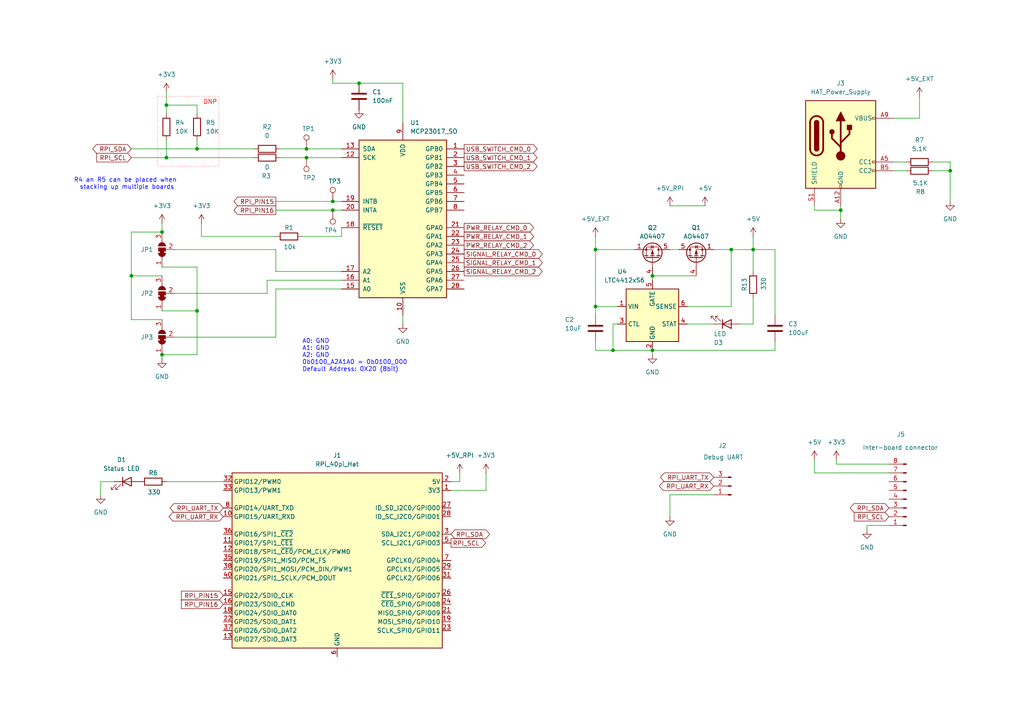
<source format=kicad_sch>
(kicad_sch (version 20250114) (generator "eeschema") (generator_version "9.0")
  (paper "A4")
  (lib_symbols
    (symbol "Connector:Conn_01x03_Pin" (pin_names (offset 1.016) (hide yes))
      (property "Reference" "J" (at 0 5.08 0))
      (property "Value" "Conn_01x03_Pin" (at 0 -5.08 0))
      (symbol "Conn_01x03_Pin_1_1"
        (rectangle (start 0.8636 2.667) (end 0 2.413) (stroke (width 0.1524)) (fill (type outline)))
        (rectangle (start 0.8636 0.127) (end 0 -0.127) (stroke (width 0.1524)) (fill (type outline)))
        (rectangle (start 0.8636 -2.413) (end 0 -2.667) (stroke (width 0.1524)) (fill (type outline)))
        (polyline (pts (xy 1.27 2.54) (xy 0.8636 2.54)) (stroke (width 0.1524)))
        (polyline (pts (xy 1.27 0) (xy 0.8636 0)) (stroke (width 0.1524)))
        (polyline (pts (xy 1.27 -2.54) (xy 0.8636 -2.54)) (stroke (width 0.1524)))
        (pin passive line (at 5.08 2.54 180) (length 3.81) (name "Pin_1") (number "1"))
        (pin passive line (at 5.08 0 180) (length 3.81) (name "Pin_2") (number "2"))
        (pin passive line (at 5.08 -2.54 180) (length 3.81) (name "Pin_3") (number "3"))
      )
    )
    (symbol "Connector:Conn_01x08_Pin" (pin_names (offset 1.016) (hide yes))
      (property "Reference" "J" (at 0 10.16 0))
      (property "Value" "Conn_01x08_Pin" (at 0 -12.7 0))
      (symbol "Conn_01x08_Pin_1_1"
        (rectangle (start 0.8636 7.747) (end 0 7.493) (stroke (width 0.1524)) (fill (type outline)))
        (rectangle (start 0.8636 5.207) (end 0 4.953) (stroke (width 0.1524)) (fill (type outline)))
        (rectangle (start 0.8636 2.667) (end 0 2.413) (stroke (width 0.1524)) (fill (type outline)))
        (rectangle (start 0.8636 0.127) (end 0 -0.127) (stroke (width 0.1524)) (fill (type outline)))
        (rectangle (start 0.8636 -2.413) (end 0 -2.667) (stroke (width 0.1524)) (fill (type outline)))
        (rectangle (start 0.8636 -4.953) (end 0 -5.207) (stroke (width 0.1524)) (fill (type outline)))
        (rectangle (start 0.8636 -7.493) (end 0 -7.747) (stroke (width 0.1524)) (fill (type outline)))
        (rectangle (start 0.8636 -10.033) (end 0 -10.287) (stroke (width 0.1524)) (fill (type outline)))
        (polyline (pts (xy 1.27 7.62) (xy 0.8636 7.62)) (stroke (width 0.1524)))
        (polyline (pts (xy 1.27 5.08) (xy 0.8636 5.08)) (stroke (width 0.1524)))
        (polyline (pts (xy 1.27 2.54) (xy 0.8636 2.54)) (stroke (width 0.1524)))
        (polyline (pts (xy 1.27 0) (xy 0.8636 0)) (stroke (width 0.1524)))
        (polyline (pts (xy 1.27 -2.54) (xy 0.8636 -2.54)) (stroke (width 0.1524)))
        (polyline (pts (xy 1.27 -5.08) (xy 0.8636 -5.08)) (stroke (width 0.1524)))
        (polyline (pts (xy 1.27 -7.62) (xy 0.8636 -7.62)) (stroke (width 0.1524)))
        (polyline (pts (xy 1.27 -10.16) (xy 0.8636 -10.16)) (stroke (width 0.1524)))
        (pin passive line (at 5.08 7.62 180) (length 3.81) (name "Pin_1") (number "1"))
        (pin passive line (at 5.08 5.08 180) (length 3.81) (name "Pin_2") (number "2"))
        (pin passive line (at 5.08 2.54 180) (length 3.81) (name "Pin_3") (number "3"))
        (pin passive line (at 5.08 0 180) (length 3.81) (name "Pin_4") (number "4"))
        (pin passive line (at 5.08 -2.54 180) (length 3.81) (name "Pin_5") (number "5"))
        (pin passive line (at 5.08 -5.08 180) (length 3.81) (name "Pin_6") (number "6"))
        (pin passive line (at 5.08 -7.62 180) (length 3.81) (name "Pin_7") (number "7"))
        (pin passive line (at 5.08 -10.16 180) (length 3.81) (name "Pin_8") (number "8"))
      )
    )
    (symbol "Connector:Raspberry_Pi_4"
      (property "Reference" "J" (at -17.526 48.768 0))
      (property "Value" "Raspberry_Pi_4" (at 15.748 -26.416 0))
      (symbol "Raspberry_Pi_4_0_1"
        (rectangle (start -30.48 25.4) (end 30.48 -25.4) (stroke (width 0.254)) (fill (type background)))
      )
      (symbol "Raspberry_Pi_4_1_1"
        (pin bidirectional line (at -33.02 22.86 0) (length 2.54) (name "GPIO12/PWM0") (number "32"))
        (pin bidirectional line (at -33.02 20.32 0) (length 2.54) (name "GPIO13/PWM1") (number "33"))
        (pin bidirectional line (at -33.02 15.24 0) (length 2.54) (name "GPIO14/UART_TXD") (number "8"))
        (pin bidirectional line (at -33.02 12.7 0) (length 2.54) (name "GPIO15/UART_RXD") (number "10"))
        (pin bidirectional line (at -33.02 7.62 0) (length 2.54) (name "GPIO16/SPI1_~{CE2}") (number "36"))
        (pin bidirectional line (at -33.02 5.08 0) (length 2.54) (name "GPIO17/SPI1_~{CE1}") (number "11"))
        (pin bidirectional line (at -33.02 2.54 0) (length 2.54) (name "GPIO18/SPI1_~{CE0}/PCM_CLK/PWM0") (number "12"))
        (pin bidirectional line (at -33.02 0 0) (length 2.54) (name "GPIO19/SPI1_MISO/PCM_FS") (number "35"))
        (pin bidirectional line (at -33.02 -2.54 0) (length 2.54) (name "GPIO20/SPI1_MOSI/PCM_DIN/PWM1") (number "38"))
        (pin bidirectional line (at -33.02 -5.08 0) (length 2.54) (name "GPIO21/SPI1_SCLK/PCM_DOUT") (number "40"))
        (pin bidirectional line (at -33.02 -10.16 0) (length 2.54) (name "GPIO22/SDIO_CLK") (number "15"))
        (pin bidirectional line (at -33.02 -12.7 0) (length 2.54) (name "GPIO23/SDIO_CMD") (number "16"))
        (pin bidirectional line (at -33.02 -15.24 0) (length 2.54) (name "GPIO24/SDIO_DAT0") (number "18"))
        (pin bidirectional line (at -33.02 -17.78 0) (length 2.54) (name "GPIO25/SDIO_DAT1") (number "22"))
        (pin bidirectional line (at -33.02 -20.32 0) (length 2.54) (name "GPIO26/SDIO_DAT2") (number "37"))
        (pin bidirectional line (at -33.02 -22.86 0) (length 2.54) (name "GPIO27/SDIO_DAT3") (number "13"))
        (pin passive line (at 0 -27.94 90) (length 2.54) (hide yes) (name "GND") (number "14"))
        (pin passive line (at 0 -27.94 90) (length 2.54) (hide yes) (name "GND") (number "20"))
        (pin passive line (at 0 -27.94 90) (length 2.54) (hide yes) (name "GND") (number "25"))
        (pin passive line (at 0 -27.94 90) (length 2.54) (hide yes) (name "GND") (number "30"))
        (pin passive line (at 0 -27.94 90) (length 2.54) (hide yes) (name "GND") (number "34"))
        (pin passive line (at 0 -27.94 90) (length 2.54) (hide yes) (name "GND") (number "39"))
        (pin power_out line (at 0 -27.94 90) (length 2.54) (name "GND") (number "6"))
        (pin passive line (at 0 -27.94 90) (length 2.54) (hide yes) (name "GND") (number "9"))
        (pin power_out line (at 33.02 22.86 180) (length 2.54) (name "5V") (number "2"))
        (pin passive line (at 33.02 22.86 180) (length 2.54) (hide yes) (name "5V") (number "4"))
        (pin power_out line (at 33.02 20.32 180) (length 2.54) (name "3V3") (number "1"))
        (pin passive line (at 33.02 20.32 180) (length 2.54) (hide yes) (name "3V3") (number "17"))
        (pin bidirectional line (at 33.02 15.24 180) (length 2.54) (name "ID_SD_I2C0/GPIO00") (number "27"))
        (pin bidirectional line (at 33.02 12.7 180) (length 2.54) (name "ID_SC_I2C0/GPIO01") (number "28"))
        (pin bidirectional line (at 33.02 7.62 180) (length 2.54) (name "SDA_I2C1/GPIO02") (number "3"))
        (pin bidirectional line (at 33.02 5.08 180) (length 2.54) (name "SCL_I2C1/GPIO03") (number "5"))
        (pin bidirectional line (at 33.02 0 180) (length 2.54) (name "GPCLK0/GPIO04") (number "7"))
        (pin bidirectional line (at 33.02 -2.54 180) (length 2.54) (name "GPCLK1/GPIO05") (number "29"))
        (pin bidirectional line (at 33.02 -5.08 180) (length 2.54) (name "GPCLK2/GPIO06") (number "31"))
        (pin bidirectional line (at 33.02 -10.16 180) (length 2.54) (name "~{CE1}_SPI0/GPIO07") (number "26"))
        (pin bidirectional line (at 33.02 -12.7 180) (length 2.54) (name "~{CE0}_SPI0/GPIO08") (number "24"))
        (pin bidirectional line (at 33.02 -15.24 180) (length 2.54) (name "MISO_SPI0/GPIO09") (number "21"))
        (pin bidirectional line (at 33.02 -17.78 180) (length 2.54) (name "MOSI_SPI0/GPIO10") (number "19"))
        (pin bidirectional line (at 33.02 -20.32 180) (length 2.54) (name "SCLK_SPI0/GPIO11") (number "23"))
      )
    )
    (symbol "Connector:TestPoint" (pin_numbers (hide yes)) (pin_names (offset 0.762) (hide yes))
      (property "Reference" "TP" (at 0 6.858 0))
      (property "Value" "TestPoint" (at 0 5.08 0))
      (symbol "TestPoint_0_1"
        (circle (center 0 3.302) (radius 0.762))
      )
      (symbol "TestPoint_1_1"
        (pin passive line (at 0 0 90) (length 2.54) (name "1") (number "1"))
      )
    )
    (symbol "Connector:USB_C_Receptacle_PowerOnly_6P" (pin_names (offset 1.016))
      (property "Reference" "J" (at 0 16.51 0))
      (property "Value" "USB_C_Receptacle_PowerOnly_6P" (at 0 13.97 0))
      (symbol "USB_C_Receptacle_PowerOnly_6P_0_0"
        (rectangle (start -0.254 -12.7) (end 0.254 -11.684))
        (rectangle (start 10.16 7.874) (end 9.144 7.366))
        (rectangle (start 10.16 -4.826) (end 9.144 -5.334))
        (rectangle (start 10.16 -7.366) (end 9.144 -7.874))
      )
      (symbol "USB_C_Receptacle_PowerOnly_6P_0_1"
        (rectangle (start -10.16 12.7) (end 10.16 -12.7) (stroke (width 0.254)) (fill (type background)))
        (polyline (pts (xy -8.89 -1.27) (xy -8.89 6.35)) (stroke (width 0.508)))
        (rectangle (start -7.62 -1.27) (end -6.35 6.35) (stroke (width 0.254)) (fill (type outline)))
        (arc (start -7.62 6.35) (mid -6.985 6.9823) (end -6.35 6.35) (stroke (width 0.254)))
        (arc (start -7.62 6.35) (mid -6.985 6.9823) (end -6.35 6.35) (stroke (width 0.254)) (fill (type outline)))
        (arc (start -8.89 6.35) (mid -6.985 8.2467) (end -5.08 6.35) (stroke (width 0.508)))
        (arc (start -5.08 -1.27) (mid -6.985 -3.1667) (end -8.89 -1.27) (stroke (width 0.508)))
        (arc (start -6.35 -1.27) (mid -6.985 -1.9023) (end -7.62 -1.27) (stroke (width 0.254)))
        (arc (start -6.35 -1.27) (mid -6.985 -1.9023) (end -7.62 -1.27) (stroke (width 0.254)) (fill (type outline)))
        (polyline (pts (xy -5.08 6.35) (xy -5.08 -1.27)) (stroke (width 0.508)))
        (circle (center -2.54 3.683) (radius 0.635) (stroke (width 0.254)) (fill (type outline)))
        (polyline (pts (xy -1.27 6.858) (xy 0 9.398) (xy 1.27 6.858) (xy -1.27 6.858)) (stroke (width 0.254)) (fill (type outline)))
        (polyline (pts (xy 0 0.508) (xy 2.54 3.048) (xy 2.54 4.318)) (stroke (width 0.508)))
        (polyline (pts (xy 0 -0.762) (xy -2.54 1.778) (xy -2.54 3.048)) (stroke (width 0.508)))
        (polyline (pts (xy 0 -3.302) (xy 0 6.858)) (stroke (width 0.508)))
        (circle (center 0 -3.302) (radius 1.27) (fill (type outline)))
        (rectangle (start 1.905 4.318) (end 3.175 5.588) (stroke (width 0.254)) (fill (type outline)))
      )
      (symbol "USB_C_Receptacle_PowerOnly_6P_1_1"
        (pin passive line (at -7.62 -17.78 90) (length 5.08) (name "SHIELD") (number "S1"))
        (pin passive line (at 0 -17.78 90) (length 5.08) (name "GND") (number "A12"))
        (pin passive line (at 0 -17.78 90) (length 5.08) (hide yes) (name "GND") (number "B12"))
        (pin passive line (at 15.24 7.62 180) (length 5.08) (name "VBUS") (number "A9"))
        (pin passive line (at 15.24 7.62 180) (length 5.08) (hide yes) (name "VBUS") (number "B9"))
        (pin bidirectional line (at 15.24 -5.08 180) (length 5.08) (name "CC1") (number "A5"))
        (pin bidirectional line (at 15.24 -7.62 180) (length 5.08) (name "CC2") (number "B5"))
      )
    )
    (symbol "Device:C" (pin_numbers (hide yes)) (pin_names (offset 0.254))
      (property "Reference" "C" (at 0.635 2.54 0))
      (property "Value" "C" (at 0.635 -2.54 0))
      (symbol "C_0_1"
        (polyline (pts (xy -2.032 0.762) (xy 2.032 0.762)) (stroke (width 0.508)))
        (polyline (pts (xy -2.032 -0.762) (xy 2.032 -0.762)) (stroke (width 0.508)))
      )
      (symbol "C_1_1"
        (pin passive line (at 0 3.81 270) (length 2.794) (name "~") (number "1"))
        (pin passive line (at 0 -3.81 90) (length 2.794) (name "~") (number "2"))
      )
    )
    (symbol "Device:LED" (pin_numbers (hide yes)) (pin_names (offset 1.016) (hide yes))
      (property "Reference" "D" (at 0 2.54 0))
      (property "Value" "LED" (at 0 -2.54 0))
      (symbol "LED_0_1"
        (polyline (pts (xy -3.048 -0.762) (xy -4.572 -2.286) (xy -3.81 -2.286) (xy -4.572 -2.286) (xy -4.572 -1.524)))
        (polyline (pts (xy -1.778 -0.762) (xy -3.302 -2.286) (xy -2.54 -2.286) (xy -3.302 -2.286) (xy -3.302 -1.524)))
        (polyline (pts (xy -1.27 0) (xy 1.27 0)))
        (polyline (pts (xy -1.27 -1.27) (xy -1.27 1.27)) (stroke (width 0.254)))
        (polyline (pts (xy 1.27 -1.27) (xy 1.27 1.27) (xy -1.27 0) (xy 1.27 -1.27)) (stroke (width 0.254)))
      )
      (symbol "LED_1_1"
        (pin passive line (at -3.81 0 0) (length 2.54) (name "K") (number "1"))
        (pin passive line (at 3.81 0 180) (length 2.54) (name "A") (number "2"))
      )
    )
    (symbol "Device:R" (pin_numbers (hide yes)) (pin_names (offset 0))
      (property "Reference" "R" (at 2.032 0 90))
      (property "Value" "R" (at 0 0 90))
      (symbol "R_0_1"
        (rectangle (start -1.016 -2.54) (end 1.016 2.54) (stroke (width 0.254)))
      )
      (symbol "R_1_1"
        (pin passive line (at 0 3.81 270) (length 1.27) (name "~") (number "1"))
        (pin passive line (at 0 -3.81 90) (length 1.27) (name "~") (number "2"))
      )
    )
    (symbol "Interface_Expansion:MCP23017_SO" (pin_names (offset 1.016))
      (property "Reference" "U" (at -11.43 24.13 0))
      (property "Value" "MCP23017_SO" (at 0 0 0))
      (symbol "MCP23017_SO_0_1"
        (rectangle (start -12.7 22.86) (end 12.7 -22.86) (stroke (width 0.254)) (fill (type background)))
      )
      (symbol "MCP23017_SO_1_1"
        (pin bidirectional line (at -17.78 20.32 0) (length 5.08) (name "SDA") (number "13"))
        (pin input line (at -17.78 17.78 0) (length 5.08) (name "SCK") (number "12"))
        (pin tri_state line (at -17.78 5.08 0) (length 5.08) (name "INTB") (number "19"))
        (pin tri_state line (at -17.78 2.54 0) (length 5.08) (name "INTA") (number "20"))
        (pin input line (at -17.78 -2.54 0) (length 5.08) (name "~{RESET}") (number "18"))
        (pin input line (at -17.78 -15.24 0) (length 5.08) (name "A2") (number "17"))
        (pin input line (at -17.78 -17.78 0) (length 5.08) (name "A1") (number "16"))
        (pin input line (at -17.78 -20.32 0) (length 5.08) (name "A0") (number "15"))
        (pin no_connect line (at -12.7 15.24 0) (length 5.08) (hide yes) (name "NC") (number "11"))
        (pin no_connect line (at -12.7 12.7 0) (length 5.08) (hide yes) (name "NC") (number "14"))
        (pin power_in line (at 0 27.94 270) (length 5.08) (name "VDD") (number "9"))
        (pin power_in line (at 0 -27.94 90) (length 5.08) (name "VSS") (number "10"))
        (pin bidirectional line (at 17.78 20.32 180) (length 5.08) (name "GPB0") (number "1"))
        (pin bidirectional line (at 17.78 17.78 180) (length 5.08) (name "GPB1") (number "2"))
        (pin bidirectional line (at 17.78 15.24 180) (length 5.08) (name "GPB2") (number "3"))
        (pin bidirectional line (at 17.78 12.7 180) (length 5.08) (name "GPB3") (number "4"))
        (pin bidirectional line (at 17.78 10.16 180) (length 5.08) (name "GPB4") (number "5"))
        (pin bidirectional line (at 17.78 7.62 180) (length 5.08) (name "GPB5") (number "6"))
        (pin bidirectional line (at 17.78 5.08 180) (length 5.08) (name "GPB6") (number "7"))
        (pin output line (at 17.78 2.54 180) (length 5.08) (name "GPB7") (number "8"))
        (pin bidirectional line (at 17.78 -2.54 180) (length 5.08) (name "GPA0") (number "21"))
        (pin bidirectional line (at 17.78 -5.08 180) (length 5.08) (name "GPA1") (number "22"))
        (pin bidirectional line (at 17.78 -7.62 180) (length 5.08) (name "GPA2") (number "23"))
        (pin bidirectional line (at 17.78 -10.16 180) (length 5.08) (name "GPA3") (number "24"))
        (pin bidirectional line (at 17.78 -12.7 180) (length 5.08) (name "GPA4") (number "25"))
        (pin bidirectional line (at 17.78 -15.24 180) (length 5.08) (name "GPA5") (number "26"))
        (pin bidirectional line (at 17.78 -17.78 180) (length 5.08) (name "GPA6") (number "27"))
        (pin output line (at 17.78 -20.32 180) (length 5.08) (name "GPA7") (number "28"))
      )
    )
    (symbol "Jumper:SolderJumper_3_Bridged12" (pin_names (offset 0) (hide yes)) (in_bom no)
      (property "Reference" "JP" (at -2.54 -2.54 0))
      (property "Value" "SolderJumper_3_Bridged12" (at 0 2.794 0))
      (symbol "SolderJumper_3_Bridged12_0_1"
        (polyline (pts (xy -2.54 0) (xy -2.032 0)))
        (polyline (pts (xy -1.016 1.016) (xy -1.016 -1.016)))
        (rectangle (start -1.016 0.508) (end -0.508 -0.508) (fill (type outline)))
        (arc (start -1.016 -1.016) (mid -2.0276 0) (end -1.016 1.016))
        (arc (start -1.016 -1.016) (mid -2.0276 0) (end -1.016 1.016) (fill (type outline)))
        (rectangle (start -0.508 1.016) (end 0.508 -1.016) (fill (type outline)))
        (polyline (pts (xy 0 -1.27) (xy 0 -1.016)))
        (arc (start 1.016 1.016) (mid 2.0276 0) (end 1.016 -1.016))
        (arc (start 1.016 1.016) (mid 2.0276 0) (end 1.016 -1.016) (fill (type outline)))
        (polyline (pts (xy 1.016 1.016) (xy 1.016 -1.016)))
        (polyline (pts (xy 2.54 0) (xy 2.032 0)))
      )
      (symbol "SolderJumper_3_Bridged12_1_1"
        (pin passive line (at -5.08 0 0) (length 2.54) (name "A") (number "1"))
        (pin passive line (at 0 -3.81 90) (length 2.54) (name "C") (number "2"))
        (pin passive line (at 5.08 0 180) (length 2.54) (name "B") (number "3"))
      )
    )
    (symbol "Power_Management:LTC4412xS6"
      (property "Reference" "U" (at -6.35 8.89 0))
      (property "Value" "LTC4412xS6" (at 6.35 8.89 0))
      (symbol "LTC4412xS6_0_1"
        (rectangle (start -7.62 7.62) (end 7.62 -7.62) (stroke (width 0.254)) (fill (type background)))
      )
      (symbol "LTC4412xS6_1_1"
        (pin power_in line (at -10.16 2.54 0) (length 2.54) (name "VIN") (number "1"))
        (pin input line (at -10.16 -2.54 0) (length 2.54) (name "CTL") (number "3"))
        (pin output line (at 0 10.16 270) (length 2.54) (name "GATE") (number "5"))
        (pin power_in line (at 0 -10.16 90) (length 2.54) (name "GND") (number "2"))
        (pin input line (at 10.16 2.54 180) (length 2.54) (name "SENSE") (number "6"))
        (pin open_collector line (at 10.16 -2.54 180) (length 2.54) (name "STAT") (number "4"))
      )
    )
    (symbol "Transistor_FET:IRF7404" (pin_names (hide yes))
      (property "Reference" "Q" (at 5.08 1.905 0))
      (property "Value" "IRF7404" (at 5.08 0 0))
      (symbol "IRF7404_0_1"
        (polyline (pts (xy 0.254 1.905) (xy 0.254 -1.905)) (stroke (width 0.254)))
        (polyline (pts (xy 0.254 0) (xy -2.54 0)))
        (polyline (pts (xy 0.762 2.286) (xy 0.762 1.27)) (stroke (width 0.254)))
        (polyline (pts (xy 0.762 1.778) (xy 3.302 1.778) (xy 3.302 -1.778) (xy 0.762 -1.778)))
        (polyline (pts (xy 0.762 0.508) (xy 0.762 -0.508)) (stroke (width 0.254)))
        (polyline (pts (xy 0.762 -1.27) (xy 0.762 -2.286)) (stroke (width 0.254)))
        (circle (center 1.651 0) (radius 2.794) (stroke (width 0.254)))
        (polyline (pts (xy 2.286 0) (xy 1.27 0.381) (xy 1.27 -0.381) (xy 2.286 0)) (fill (type outline)))
        (polyline (pts (xy 2.54 2.54) (xy 2.54 1.778)))
        (circle (center 2.54 1.778) (radius 0.254) (fill (type outline)))
        (circle (center 2.54 -1.778) (radius 0.254) (fill (type outline)))
        (polyline (pts (xy 2.54 -2.54) (xy 2.54 0) (xy 0.762 0)))
        (polyline (pts (xy 2.794 -0.508) (xy 2.921 -0.381) (xy 3.683 -0.381) (xy 3.81 -0.254)))
        (polyline (pts (xy 3.302 -0.381) (xy 2.921 0.254) (xy 3.683 0.254) (xy 3.302 -0.381)))
      )
      (symbol "IRF7404_1_1"
        (pin passive line (at -5.08 0 0) (length 2.54) (name "G") (number "4"))
        (pin passive line (at 2.54 5.08 270) (length 2.54) (name "D") (number "5"))
        (pin passive line (at 2.54 5.08 270) (length 2.54) (hide yes) (name "D") (number "6"))
        (pin passive line (at 2.54 5.08 270) (length 2.54) (hide yes) (name "D") (number "7"))
        (pin passive line (at 2.54 5.08 270) (length 2.54) (hide yes) (name "D") (number "8"))
        (pin passive line (at 2.54 -5.08 90) (length 2.54) (name "S") (number "1"))
        (pin passive line (at 2.54 -5.08 90) (length 2.54) (hide yes) (name "S") (number "2"))
        (pin passive line (at 2.54 -5.08 90) (length 2.54) (hide yes) (name "S") (number "3"))
      )
    )
    (symbol "power:+3V3" (power) (pin_numbers (hide yes)) (pin_names (offset 0) (hide yes))
      (property "Value" "+3V3" (at 0 3.556 0))
      (symbol "+3V3_0_1"
        (polyline (pts (xy -0.762 1.27) (xy 0 2.54)))
        (polyline (pts (xy 0 2.54) (xy 0.762 1.27)))
        (polyline (pts (xy 0 0) (xy 0 2.54)))
      )
      (symbol "+3V3_1_1"
        (pin power_in line (at 0 0 90) (length 0) (name "~") (number "1"))
      )
    )
    (symbol "power:+5V" (power) (pin_numbers (hide yes)) (pin_names (offset 0) (hide yes))
      (property "Value" "+5V" (at 0 3.556 0))
      (symbol "+5V_0_1"
        (polyline (pts (xy -0.762 1.27) (xy 0 2.54)))
        (polyline (pts (xy 0 2.54) (xy 0.762 1.27)))
        (polyline (pts (xy 0 0) (xy 0 2.54)))
      )
      (symbol "+5V_1_1"
        (pin power_in line (at 0 0 90) (length 0) (name "~") (number "1"))
      )
    )
    (symbol "power:GND" (power) (pin_numbers (hide yes)) (pin_names (offset 0) (hide yes))
      (property "Value" "GND" (at 0 -3.81 0))
      (symbol "GND_0_1"
        (polyline (pts (xy 0 0) (xy 0 -1.27) (xy 1.27 -1.27) (xy 0 -2.54) (xy -1.27 -1.27) (xy 0 -1.27)))
      )
      (symbol "GND_1_1"
        (pin power_in line (at 0 0 270) (length 0) (name "~") (number "1"))
      )
    )
  )
  (rectangle (start 45.72 27.94) (end 63.5 48.26) (stroke (width 0) (type dot) (color 255 0 0 1)))
  (text "DNP" (at 60.96 29.718 0) (effects (font (size 1.27 1.27))))
  (text "R4 an R5 can be placed when \nstacking up multiple boards" (at 36.83 53.34 0) (effects (font (size 1.27 1.27))))
  (text "A0: GND\nA1: GND\nA2: GND\n0b0100_A2A1A0 = 0b0100_000\nDefault Address: 0X20 (8bit)" (at 87.63 103.124 0) (effects (font (size 1.27 1.27)) (justify left)))
  (junction (at 189.23 101.6))
  (junction (at 57.15 90.17))
  (junction (at 57.15 43.18))
  (junction (at 38.1 80.01))
  (junction (at 172.72 88.9))
  (junction (at 243.84 60.96))
  (junction (at 48.26 45.72))
  (junction (at 96.52 58.42))
  (junction (at 275.59 49.53))
  (junction (at 172.72 72.39))
  (junction (at 46.99 102.87))
  (junction (at 212.09 72.39))
  (junction (at 88.9 43.18))
  (junction (at 88.9 45.72))
  (junction (at 48.26 30.48))
  (junction (at 189.23 80.01))
  (junction (at 104.14 24.13))
  (junction (at 96.52 60.96))
  (junction (at 218.44 72.39))
  (junction (at 46.99 67.31))
  (junction (at 177.8 101.6))
  (wire (pts (xy 177.8 101.6) (xy 189.23 101.6)))
  (wire (pts (xy 194.31 72.39) (xy 196.85 72.39)))
  (wire (pts (xy 236.22 133.35) (xy 236.22 137.16)))
  (wire (pts (xy 199.39 88.9) (xy 212.09 88.9)))
  (wire (pts (xy 179.07 93.98) (xy 177.8 93.98)))
  (wire (pts (xy 207.01 143.51) (xy 194.31 143.51)))
  (wire (pts (xy 80.01 97.79) (xy 80.01 83.82)))
  (wire (pts (xy 172.72 72.39) (xy 184.15 72.39)))
  (wire (pts (xy 96.52 60.96) (xy 99.06 60.96)))
  (wire (pts (xy 218.44 72.39) (xy 224.79 72.39)))
  (wire (pts (xy 57.15 90.17) (xy 57.15 102.87)))
  (wire (pts (xy 133.35 139.7) (xy 133.35 137.16)))
  (wire (pts (xy 48.26 45.72) (xy 73.66 45.72)))
  (wire (pts (xy 259.08 46.99) (xy 262.89 46.99)))
  (wire (pts (xy 236.22 60.96) (xy 243.84 60.96)))
  (wire (pts (xy 88.9 45.72) (xy 99.06 45.72)))
  (wire (pts (xy 207.01 93.98) (xy 199.39 93.98)))
  (wire (pts (xy 58.42 68.58) (xy 58.42 64.77)))
  (wire (pts (xy 189.23 80.01) (xy 189.23 81.28)))
  (wire (pts (xy 99.06 78.74) (xy 80.01 78.74)))
  (wire (pts (xy 207.01 72.39) (xy 212.09 72.39)))
  (wire (pts (xy 99.06 68.58) (xy 99.06 66.04)))
  (wire (pts (xy 80.01 68.58) (xy 58.42 68.58)))
  (wire (pts (xy 257.81 134.62) (xy 242.57 134.62)))
  (wire (pts (xy 38.1 80.01) (xy 38.1 67.31)))
  (wire (pts (xy 77.47 81.28) (xy 77.47 85.09)))
  (wire (pts (xy 48.26 30.48) (xy 48.26 33.02)))
  (wire (pts (xy 214.63 93.98) (xy 218.44 93.98)))
  (wire (pts (xy 57.15 33.02) (xy 57.15 30.48)))
  (wire (pts (xy 275.59 46.99) (xy 275.59 49.53)))
  (wire (pts (xy 243.84 60.96) (xy 243.84 59.69)))
  (wire (pts (xy 251.46 152.4) (xy 251.46 153.67)))
  (wire (pts (xy 57.15 102.87) (xy 46.99 102.87)))
  (wire (pts (xy 46.99 64.77) (xy 46.99 67.31)))
  (wire (pts (xy 80.01 60.96) (xy 96.52 60.96)))
  (wire (pts (xy 270.51 49.53) (xy 275.59 49.53)))
  (wire (pts (xy 224.79 91.44) (xy 224.79 72.39)))
  (wire (pts (xy 179.07 88.9) (xy 172.72 88.9)))
  (wire (pts (xy 172.72 68.58) (xy 172.72 72.39)))
  (wire (pts (xy 81.28 45.72) (xy 88.9 45.72)))
  (wire (pts (xy 87.63 68.58) (xy 99.06 68.58)))
  (wire (pts (xy 266.7 34.29) (xy 266.7 27.94)))
  (wire (pts (xy 116.84 24.13) (xy 104.14 24.13)))
  (wire (pts (xy 236.22 60.96) (xy 236.22 59.69)))
  (wire (pts (xy 116.84 91.44) (xy 116.84 93.98)))
  (wire (pts (xy 46.99 90.17) (xy 57.15 90.17)))
  (wire (pts (xy 194.31 143.51) (xy 194.31 149.86)))
  (wire (pts (xy 48.26 26.67) (xy 48.26 30.48)))
  (wire (pts (xy 116.84 35.56) (xy 116.84 24.13)))
  (wire (pts (xy 46.99 102.87) (xy 46.99 104.14)))
  (wire (pts (xy 212.09 72.39) (xy 218.44 72.39)))
  (wire (pts (xy 50.8 97.79) (xy 80.01 97.79)))
  (wire (pts (xy 57.15 43.18) (xy 73.66 43.18)))
  (wire (pts (xy 218.44 68.58) (xy 218.44 72.39)))
  (wire (pts (xy 177.8 93.98) (xy 177.8 101.6)))
  (wire (pts (xy 172.72 91.44) (xy 172.72 88.9)))
  (wire (pts (xy 189.23 80.01) (xy 201.93 80.01)))
  (wire (pts (xy 172.72 101.6) (xy 177.8 101.6)))
  (wire (pts (xy 259.08 49.53) (xy 262.89 49.53)))
  (wire (pts (xy 38.1 43.18) (xy 57.15 43.18)))
  (wire (pts (xy 218.44 78.74) (xy 218.44 72.39)))
  (wire (pts (xy 189.23 102.87) (xy 189.23 101.6)))
  (wire (pts (xy 270.51 46.99) (xy 275.59 46.99)))
  (wire (pts (xy 259.08 34.29) (xy 266.7 34.29)))
  (wire (pts (xy 50.8 72.39) (xy 80.01 72.39)))
  (wire (pts (xy 38.1 45.72) (xy 48.26 45.72)))
  (wire (pts (xy 243.84 60.96) (xy 243.84 63.5)))
  (wire (pts (xy 80.01 83.82) (xy 99.06 83.82)))
  (wire (pts (xy 46.99 92.71) (xy 38.1 92.71)))
  (wire (pts (xy 140.97 142.24) (xy 140.97 137.16)))
  (wire (pts (xy 48.26 139.7) (xy 64.77 139.7)))
  (wire (pts (xy 29.21 139.7) (xy 29.21 143.51)))
  (wire (pts (xy 194.31 59.69) (xy 204.47 59.69)))
  (wire (pts (xy 172.72 88.9) (xy 172.72 72.39)))
  (wire (pts (xy 257.81 152.4) (xy 251.46 152.4)))
  (wire (pts (xy 88.9 43.18) (xy 99.06 43.18)))
  (wire (pts (xy 224.79 99.06) (xy 224.79 101.6)))
  (wire (pts (xy 189.23 101.6) (xy 224.79 101.6)))
  (wire (pts (xy 46.99 77.47) (xy 57.15 77.47)))
  (wire (pts (xy 212.09 88.9) (xy 212.09 72.39)))
  (wire (pts (xy 99.06 81.28) (xy 77.47 81.28)))
  (wire (pts (xy 172.72 99.06) (xy 172.72 101.6)))
  (wire (pts (xy 46.99 80.01) (xy 38.1 80.01)))
  (wire (pts (xy 96.52 24.13) (xy 104.14 24.13)))
  (wire (pts (xy 48.26 30.48) (xy 57.15 30.48)))
  (wire (pts (xy 130.81 142.24) (xy 140.97 142.24)))
  (wire (pts (xy 80.01 78.74) (xy 80.01 72.39)))
  (wire (pts (xy 80.01 58.42) (xy 96.52 58.42)))
  (wire (pts (xy 81.28 43.18) (xy 88.9 43.18)))
  (wire (pts (xy 218.44 93.98) (xy 218.44 86.36)))
  (wire (pts (xy 236.22 137.16) (xy 257.81 137.16)))
  (wire (pts (xy 57.15 40.64) (xy 57.15 43.18)))
  (wire (pts (xy 38.1 67.31) (xy 46.99 67.31)))
  (wire (pts (xy 242.57 134.62) (xy 242.57 133.35)))
  (wire (pts (xy 48.26 40.64) (xy 48.26 45.72)))
  (wire (pts (xy 96.52 58.42) (xy 99.06 58.42)))
  (wire (pts (xy 77.47 85.09) (xy 50.8 85.09)))
  (wire (pts (xy 96.52 22.86) (xy 96.52 24.13)))
  (wire (pts (xy 38.1 80.01) (xy 38.1 92.71)))
  (wire (pts (xy 275.59 49.53) (xy 275.59 58.42)))
  (wire (pts (xy 130.81 139.7) (xy 133.35 139.7)))
  (wire (pts (xy 33.02 139.7) (xy 29.21 139.7)))
  (wire (pts (xy 57.15 77.47) (xy 57.15 90.17)))
  (global_label "RPI_SCL" (shape input) (at 38.1 45.72 180) (property "Intersheetrefs" "${INTERSHEET_REFS}" (effects (hide yes))))
  (global_label "SIGNAL_RELAY_CMD_1" (shape output) (at 134.62 76.2 0) (property "Intersheetrefs" "${INTERSHEET_REFS}" (effects (hide yes))))
  (global_label "RPI_PIN15" (shape output) (at 80.01 58.42 180) (property "Intersheetrefs" "${INTERSHEET_REFS}" (effects (hide yes))))
  (global_label "PWR_RELAY_CMD_0" (shape output) (at 134.62 66.04 0) (property "Intersheetrefs" "${INTERSHEET_REFS}" (effects (hide yes))))
  (global_label "RPI_SCL" (shape input) (at 257.81 149.86 180) (property "Intersheetrefs" "${INTERSHEET_REFS}" (effects (hide yes))))
  (global_label "RPI_UART_TX" (shape bidirectional) (at 207.01 138.43 180) (property "Intersheetrefs" "${INTERSHEET_REFS}" (effects (hide yes))))
  (global_label "RPI_SDA" (shape bidirectional) (at 130.81 154.94 0) (property "Intersheetrefs" "${INTERSHEET_REFS}" (effects (hide yes))))
  (global_label "RPI_UART_RX" (shape bidirectional) (at 64.77 149.86 180) (property "Intersheetrefs" "${INTERSHEET_REFS}" (effects (hide yes))))
  (global_label "RPI_PIN15" (shape input) (at 64.77 172.72 180) (property "Intersheetrefs" "${INTERSHEET_REFS}" (effects (hide yes))))
  (global_label "RPI_SDA" (shape bidirectional) (at 257.81 147.32 180) (property "Intersheetrefs" "${INTERSHEET_REFS}" (effects (hide yes))))
  (global_label "USB_SWITCH_CMD_2" (shape output) (at 134.62 48.26 0) (property "Intersheetrefs" "${INTERSHEET_REFS}" (effects (hide yes))))
  (global_label "RPI_UART_TX" (shape bidirectional) (at 64.77 147.32 180) (property "Intersheetrefs" "${INTERSHEET_REFS}" (effects (hide yes))))
  (global_label "PWR_RELAY_CMD_2" (shape output) (at 134.62 71.12 0) (property "Intersheetrefs" "${INTERSHEET_REFS}" (effects (hide yes))))
  (global_label "USB_SWITCH_CMD_1" (shape output) (at 134.62 45.72 0) (property "Intersheetrefs" "${INTERSHEET_REFS}" (effects (hide yes))))
  (global_label "SIGNAL_RELAY_CMD_2" (shape output) (at 134.62 78.74 0) (property "Intersheetrefs" "${INTERSHEET_REFS}" (effects (hide yes))))
  (global_label "RPI_PIN16" (shape input) (at 64.77 175.26 180) (property "Intersheetrefs" "${INTERSHEET_REFS}" (effects (hide yes))))
  (global_label "RPI_UART_RX" (shape bidirectional) (at 207.01 140.97 180) (property "Intersheetrefs" "${INTERSHEET_REFS}" (effects (hide yes))))
  (global_label "RPI_SCL" (shape output) (at 130.81 157.48 0) (property "Intersheetrefs" "${INTERSHEET_REFS}" (effects (hide yes))))
  (global_label "RPI_PIN16" (shape output) (at 80.01 60.96 180) (property "Intersheetrefs" "${INTERSHEET_REFS}" (effects (hide yes))))
  (global_label "SIGNAL_RELAY_CMD_0" (shape output) (at 134.62 73.66 0) (property "Intersheetrefs" "${INTERSHEET_REFS}" (effects (hide yes))))
  (global_label "USB_SWITCH_CMD_0" (shape output) (at 134.62 43.18 0) (property "Intersheetrefs" "${INTERSHEET_REFS}" (effects (hide yes))))
  (global_label "RPI_SDA" (shape bidirectional) (at 38.1 43.18 180) (property "Intersheetrefs" "${INTERSHEET_REFS}" (effects (hide yes))))
  (global_label "PWR_RELAY_CMD_1" (shape output) (at 134.62 68.58 0) (property "Intersheetrefs" "${INTERSHEET_REFS}" (effects (hide yes))))
  (symbol (lib_id "Device:R") (at 57.15 36.83 0) (unit 1)
    (property "Reference" "R5" (at 59.69 35.5599 0) (effects (justify left)))
    (property "Value" "10K" (at 59.69 38.0999 0) (effects (justify left)))
    (property "Description" "Resistor" (effects (hide yes)))
  )
  (symbol (lib_id "power:+5V") (at 194.31 59.69 0) (unit 1)
    (property "Reference" "#PWR020" (effects (hide yes)))
    (property "Value" "+5V_RPI" (at 194.31 54.61 0))
    (property "Description" "Power symbol creates a global label with name \"+5V\"" (effects (hide yes)))
  )
  (symbol (lib_id "power:+5V") (at 204.47 59.69 0) (unit 1)
    (property "Reference" "#PWR021" (effects (hide yes)))
    (property "Value" "+5V" (at 204.47 54.61 0))
    (property "Description" "Power symbol creates a global label with name \"+5V\"" (effects (hide yes)))
  )
  (symbol (lib_id "Device:R") (at 77.47 43.18 90) (unit 1)
    (property "Reference" "R2" (at 77.47 36.83 90))
    (property "Value" "0" (at 77.47 39.37 90))
    (property "Description" "Resistor" (effects (hide yes)))
  )
  (symbol (lib_id "Device:R") (at 77.47 45.72 270) (unit 1)
    (property "Reference" "R3" (at 77.216 51.054 90))
    (property "Value" "0" (at 77.47 48.514 90))
    (property "Description" "Resistor" (effects (hide yes)))
  )
  (symbol (lib_id "Jumper:SolderJumper_3_Bridged12") (at 46.99 85.09 90) (unit 1) (in_bom no)
    (property "Reference" "JP2" (at 44.45 85.0899 90) (effects (justify left)))
    (property "Description" "3-pole Solder Jumper, pins 1+2 closed/bridged" (effects (hide yes)))
  )
  (symbol (lib_id "Connector:Raspberry_Pi_4") (at 97.79 162.56 0) (unit 1)
    (property "Reference" "J1" (at 97.79 132.08 0))
    (property "Value" "RPi_40pi_Hat" (at 97.79 134.62 0))
    (property "Datasheet" "https://datasheets.raspberrypi.com/rpi4/raspberry-pi-4-datasheet.pdf" (effects (hide yes)))
    (property "Description" "Raspberry Pi 4 Model B" (effects (hide yes)))
  )
  (symbol (lib_id "Device:C") (at 104.14 27.94 0) (unit 1)
    (property "Reference" "C1" (at 107.95 26.6699 0) (effects (justify left)))
    (property "Value" "100nF" (at 107.95 29.2099 0) (effects (justify left)))
    (property "Description" "Unpolarized capacitor" (effects (hide yes)))
  )
  (symbol (lib_id "power:+3V3") (at 48.26 26.67 0) (unit 1)
    (property "Reference" "#PWR08" (effects (hide yes)))
    (property "Value" "+3V3" (at 48.26 21.59 0))
    (property "Description" "Power symbol creates a global label with name \"+3V3\"" (effects (hide yes)))
  )
  (symbol (lib_id "Connector:Conn_01x08_Pin") (at 262.89 144.78 180) (unit 1)
    (property "Reference" "J5" (at 260.096 125.984 0) (effects (justify right)))
    (property "Value" "Inter-board connector" (at 250.19 129.794 0) (effects (justify right)))
    (property "Description" "Generic connector, single row, 01x08, script generated" (effects (hide yes)))
  )
  (symbol (lib_id "power:+5V") (at 266.7 27.94 0) (unit 1)
    (property "Reference" "#PWR012" (effects (hide yes)))
    (property "Value" "+5V_EXT" (at 266.7 22.86 0))
    (property "Description" "Power symbol creates a global label with name \"+5V\"" (effects (hide yes)))
  )
  (symbol (lib_id "Connector:TestPoint") (at 88.9 43.18 0) (unit 1)
    (property "Reference" "TP1" (at 87.63 37.338 0) (effects (justify left)))
    (property "Description" "test point" (effects (hide yes)))
  )
  (symbol (lib_id "Device:R") (at 218.44 82.55 180) (unit 1)
    (property "Reference" "R13" (at 215.9 82.55 90))
    (property "Value" "330" (at 221.488 82.296 90))
    (property "Description" "Resistor" (effects (hide yes)))
  )
  (symbol (lib_id "power:+5V") (at 172.72 68.58 0) (unit 1)
    (property "Reference" "#PWR017" (effects (hide yes)))
    (property "Value" "+5V_EXT" (at 172.72 63.5 0))
    (property "Description" "Power symbol creates a global label with name \"+5V\"" (effects (hide yes)))
  )
  (symbol (lib_id "Transistor_FET:IRF7404") (at 189.23 74.93 270) (mirror x) (unit 1)
    (property "Reference" "Q2" (at 189.23 66.04 90))
    (property "Value" "AO4407" (at 189.23 68.58 90))
    (property "Footprint" "Package_SO:SOIC-8_3.9x4.9mm_P1.27mm" (effects (hide yes)))
    (property "Datasheet" "http://www.infineon.com/dgdl/irf7404.pdf?fileId=5546d462533600a4015355fa2b5b1b9e" (effects (hide yes)))
    (property "Description" "-6.7A Id, -20V Vds, P-Channel HEXFET Power MOSFET, SO-8" (effects (hide yes)))
  )
  (symbol (lib_id "Device:LED") (at 36.83 139.7 0) (unit 1)
    (property "Reference" "D1" (at 35.2425 133.35 0))
    (property "Value" "Status LED" (at 35.2425 135.89 0))
    (property "Description" "Light emitting diode" (effects (hide yes)))
    (property "Sim.Pins" "1=K 2=A" (effects (hide yes)))
  )
  (symbol (lib_id "Device:R") (at 83.82 68.58 90) (unit 1)
    (property "Reference" "R1" (at 83.82 66.04 90))
    (property "Value" "10k" (at 84.074 71.628 90))
    (property "Description" "Resistor" (effects (hide yes)))
  )
  (symbol (lib_id "Device:R") (at 266.7 46.99 90) (unit 1)
    (property "Reference" "R7" (at 266.7 40.64 90))
    (property "Value" "5.1K" (at 266.7 43.18 90))
    (property "Description" "Resistor" (effects (hide yes)))
  )
  (symbol (lib_id "Connector:TestPoint") (at 88.9 45.72 180) (unit 1)
    (property "Reference" "TP2" (at 87.884 51.562 0) (effects (justify right)))
    (property "Description" "test point" (effects (hide yes)))
  )
  (symbol (lib_id "Connector:TestPoint") (at 96.52 58.42 0) (unit 1)
    (property "Reference" "TP3" (at 95.25 52.578 0) (effects (justify left)))
    (property "Description" "test point" (effects (hide yes)))
  )
  (symbol (lib_id "power:+5V") (at 218.44 68.58 0) (unit 1)
    (property "Reference" "#PWR019" (effects (hide yes)))
    (property "Value" "+5V" (at 218.44 63.5 0))
    (property "Description" "Power symbol creates a global label with name \"+5V\"" (effects (hide yes)))
  )
  (symbol (lib_id "Device:C") (at 172.72 95.25 0) (unit 1)
    (property "Reference" "C2" (at 163.83 92.71 0) (effects (justify left)))
    (property "Value" "10uF" (at 163.83 95.25 0) (effects (justify left)))
    (property "Description" "Unpolarized capacitor" (effects (hide yes)))
  )
  (symbol (lib_id "power:+5V") (at 133.35 137.16 0) (unit 1)
    (property "Reference" "#PWR015" (effects (hide yes)))
    (property "Value" "+5V_RPI" (at 133.35 132.08 0))
    (property "Description" "Power symbol creates a global label with name \"+5V\"" (effects (hide yes)))
  )
  (symbol (lib_id "Connector:TestPoint") (at 96.52 60.96 180) (unit 1)
    (property "Reference" "TP4" (at 97.79 66.802 0) (effects (justify left)))
    (property "Description" "test point" (effects (hide yes)))
  )
  (symbol (lib_id "Device:C") (at 224.79 95.25 0) (unit 1)
    (property "Reference" "C3" (at 228.6 93.9799 0) (effects (justify left)))
    (property "Value" "100uF" (at 228.6 96.5199 0) (effects (justify left)))
    (property "Description" "Unpolarized capacitor" (effects (hide yes)))
  )
  (symbol (lib_id "power:+3V3") (at 58.42 64.77 0) (unit 1)
    (property "Reference" "#PWR04" (effects (hide yes)))
    (property "Value" "+3V3" (at 58.42 59.69 0))
    (property "Description" "Power symbol creates a global label with name \"+3V3\"" (effects (hide yes)))
  )
  (symbol (lib_id "power:GND") (at 29.21 143.51 0) (unit 1)
    (property "Reference" "#PWR010" (effects (hide yes)))
    (property "Value" "GND" (at 29.21 148.59 0))
    (property "Description" "Power symbol creates a global label with name \"GND\" , ground" (effects (hide yes)))
  )
  (symbol (lib_id "power:+3V3") (at 242.57 133.35 0) (unit 1)
    (property "Reference" "#PWR023" (effects (hide yes)))
    (property "Value" "+3V3" (at 242.57 128.27 0))
    (property "Description" "Power symbol creates a global label with name \"+3V3\"" (effects (hide yes)))
  )
  (symbol (lib_id "Device:R") (at 48.26 36.83 180) (unit 1)
    (property "Reference" "R4" (at 50.8 35.5599 0) (effects (justify right)))
    (property "Value" "10K" (at 50.8 38.0999 0) (effects (justify right)))
    (property "Description" "Resistor" (effects (hide yes)))
  )
  (symbol (lib_id "power:+3V3") (at 140.97 137.16 0) (unit 1)
    (property "Reference" "#PWR07" (effects (hide yes)))
    (property "Value" "+3V3" (at 140.97 132.08 0))
    (property "Description" "Power symbol creates a global label with name \"+3V3\"" (effects (hide yes)))
  )
  (symbol (lib_id "Device:R") (at 44.45 139.7 90) (unit 1)
    (property "Reference" "R6" (at 44.45 137.16 90))
    (property "Value" "330" (at 44.704 142.748 90))
    (property "Description" "Resistor" (effects (hide yes)))
  )
  (symbol (lib_id "power:GND") (at 275.59 58.42 0) (unit 1)
    (property "Reference" "#PWR014" (effects (hide yes)))
    (property "Value" "GND" (at 275.59 63.5 0))
    (property "Description" "Power symbol creates a global label with name \"GND\" , ground" (effects (hide yes)))
  )
  (symbol (lib_id "power:GND") (at 104.14 31.75 0) (unit 1)
    (property "Reference" "#PWR03" (effects (hide yes)))
    (property "Value" "GND" (at 104.14 36.83 0))
    (property "Description" "Power symbol creates a global label with name \"GND\" , ground" (effects (hide yes)))
  )
  (symbol (lib_id "power:GND") (at 194.31 149.86 0) (unit 1)
    (property "Reference" "#PWR09" (effects (hide yes)))
    (property "Value" "GND" (at 194.31 154.94 0))
    (property "Description" "Power symbol creates a global label with name \"GND\" , ground" (effects (hide yes)))
  )
  (symbol (lib_id "Device:R") (at 266.7 49.53 270) (unit 1)
    (property "Reference" "R8" (at 266.954 55.626 90))
    (property "Value" "5.1K" (at 266.954 53.086 90))
    (property "Description" "Resistor" (effects (hide yes)))
  )
  (symbol (lib_id "power:GND") (at 116.84 93.98 0) (unit 1)
    (property "Reference" "#PWR02" (effects (hide yes)))
    (property "Value" "GND" (at 116.84 99.06 0))
    (property "Description" "Power symbol creates a global label with name \"GND\" , ground" (effects (hide yes)))
  )
  (symbol (lib_id "power:GND") (at 46.99 104.14 0) (unit 1)
    (property "Reference" "#PWR06" (effects (hide yes)))
    (property "Value" "GND" (at 46.99 109.22 0))
    (property "Description" "Power symbol creates a global label with name \"GND\" , ground" (effects (hide yes)))
  )
  (symbol (lib_id "Connector:Conn_01x03_Pin") (at 212.09 140.97 180) (unit 1)
    (property "Reference" "J2" (at 209.55 129.286 0))
    (property "Value" "Debug UART" (at 209.804 132.588 0))
    (property "Description" "Generic connector, single row, 01x03, script generated" (effects (hide yes)))
  )
  (symbol (lib_id "power:GND") (at 189.23 102.87 0) (unit 1)
    (property "Reference" "#PWR018" (effects (hide yes)))
    (property "Value" "GND" (at 189.23 107.95 0))
    (property "Description" "Power symbol creates a global label with name \"GND\" , ground" (effects (hide yes)))
  )
  (symbol (lib_id "Transistor_FET:IRF7404") (at 201.93 74.93 90) (unit 1)
    (property "Reference" "Q1" (at 201.93 66.04 90))
    (property "Value" "AO4407" (at 201.93 68.58 90))
    (property "Footprint" "Package_SO:SOIC-8_3.9x4.9mm_P1.27mm" (effects (hide yes)))
    (property "Datasheet" "http://www.infineon.com/dgdl/irf7404.pdf?fileId=5546d462533600a4015355fa2b5b1b9e" (effects (hide yes)))
    (property "Description" "-6.7A Id, -20V Vds, P-Channel HEXFET Power MOSFET, SO-8" (effects (hide yes)))
  )
  (symbol (lib_id "Power_Management:LTC4412xS6") (at 189.23 91.44 0) (unit 1)
    (property "Reference" "U4" (at 179.07 78.74 0) (effects (justify left)))
    (property "Value" "LTC4412xS6" (at 175.26 81.28 0) (effects (justify left)))
    (property "Footprint" "Package_TO_SOT_SMD:TSOT-23-6" (effects (hide yes)))
    (property "Datasheet" "https://www.analog.com/media/en/technical-documentation/data-sheets/4412fb.pdf" (effects (hide yes)))
    (property "Description" "Low Loss PowerPath Controller, TSOT-23-6" (effects (hide yes)))
  )
  (symbol (lib_id "power:+5V") (at 236.22 133.35 0) (unit 1)
    (property "Reference" "#PWR024" (effects (hide yes)))
    (property "Value" "+5V" (at 236.22 128.27 0))
    (property "Description" "Power symbol creates a global label with name \"+5V\"" (effects (hide yes)))
  )
  (symbol (lib_id "Connector:USB_C_Receptacle_PowerOnly_6P") (at 243.84 41.91 0) (unit 1)
    (property "Reference" "J3" (at 243.84 24.13 0))
    (property "Value" "HAT_Power_Supply" (at 243.84 26.67 0))
    (property "Datasheet" "https://www.usb.org/sites/default/files/documents/usb_type-c.zip" (effects (hide yes)))
    (property "Description" "USB Power-Only 6P Type-C Receptacle connector" (effects (hide yes)))
  )
  (symbol (lib_id "Interface_Expansion:MCP23017_SO") (at 116.84 63.5 0) (unit 1)
    (property "Reference" "U1" (at 118.9833 35.56 0) (effects (justify left)))
    (property "Value" "MCP23017_SO" (at 118.9833 38.1 0) (effects (justify left)))
    (property "Footprint" "Package_SO:SOIC-28W_7.5x17.9mm_P1.27mm" (effects (hide yes)))
    (property "Datasheet" "https://ww1.microchip.com/downloads/aemDocuments/documents/APID/ProductDocuments/DataSheets/MCP23017-Data-Sheet-DS20001952.pdf" (effects (hide yes)))
    (property "Description" "16-bit I/O expander, I2C, interrupts, w pull-ups, GPA/B7 output only (https://microchip.my.site.com/s/article/GPA7---GPB7-Cannot-Be-Used-as-Inputs-In-MCP23017),  SOIC-28" (effects (hide yes)))
  )
  (symbol (lib_id "power:GND") (at 251.46 153.67 0) (unit 1)
    (property "Reference" "#PWR022" (effects (hide yes)))
    (property "Value" "GND" (at 251.46 158.75 0))
    (property "Description" "Power symbol creates a global label with name \"GND\" , ground" (effects (hide yes)))
  )
  (symbol (lib_id "power:GND") (at 243.84 63.5 0) (unit 1)
    (property "Reference" "#PWR013" (effects (hide yes)))
    (property "Value" "GND" (at 243.84 68.58 0))
    (property "Description" "Power symbol creates a global label with name \"GND\" , ground" (effects (hide yes)))
  )
  (symbol (lib_id "power:+3V3") (at 96.52 22.86 0) (unit 1)
    (property "Reference" "#PWR01" (effects (hide yes)))
    (property "Value" "+3V3" (at 96.52 17.78 0))
    (property "Description" "Power symbol creates a global label with name \"+3V3\"" (effects (hide yes)))
  )
  (symbol (lib_id "Device:LED") (at 210.82 93.98 0) (mirror x) (unit 1)
    (property "Reference" "D3" (at 207.01 99.3776 0) (effects (justify left)))
    (property "Value" "LED" (at 207.01 96.8376 0) (effects (justify left)))
    (property "Description" "Light emitting diode" (effects (hide yes)))
    (property "Sim.Pins" "1=K 2=A" (effects (hide yes)))
  )
  (symbol (lib_id "Jumper:SolderJumper_3_Bridged12") (at 46.99 97.79 90) (unit 1) (in_bom no)
    (property "Reference" "JP3" (at 44.45 97.7899 90) (effects (justify left)))
    (property "Description" "3-pole Solder Jumper, pins 1+2 closed/bridged" (effects (hide yes)))
  )
  (symbol (lib_id "power:+3V3") (at 46.99 64.77 0) (unit 1)
    (property "Reference" "#PWR05" (effects (hide yes)))
    (property "Value" "+3V3" (at 46.99 59.69 0))
    (property "Description" "Power symbol creates a global label with name \"+3V3\"" (effects (hide yes)))
  )
  (symbol (lib_id "Jumper:SolderJumper_3_Bridged12") (at 46.99 72.39 90) (unit 1) (in_bom no)
    (property "Reference" "JP1" (at 44.45 72.3899 90) (effects (justify left)))
    (property "Description" "3-pole Solder Jumper, pins 1+2 closed/bridged" (effects (hide yes)))
  )
  (sheet (at 381 0) (size 299.72 209.55) (stroke (width 0.1524))
    (property "Sheetname" "relay" (at 381 -0.7116 0) (effects (justify left bottom)))
    (property "Sheetfile" "relay.kicad_sch" (at 381 210.1346 0) (effects (justify left top)))
  )
)
</source>
